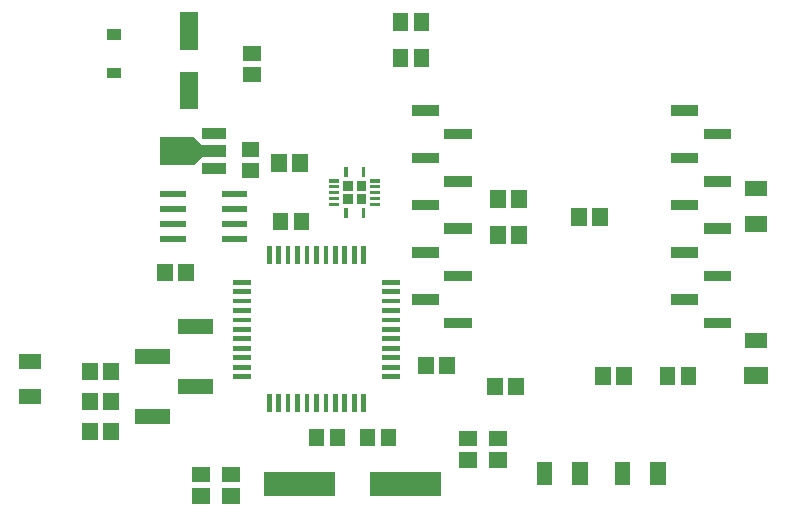
<source format=gbr>
G04 start of page 10 for group -4015 idx -4015 *
G04 Title: (unknown), toppaste *
G04 Creator: pcb 20110918 *
G04 CreationDate: Mon 23 Feb 2015 09:14:10 PM GMT UTC *
G04 For: railfan *
G04 Format: Gerber/RS-274X *
G04 PCB-Dimensions: 265000 175000 *
G04 PCB-Coordinate-Origin: lower left *
%MOIN*%
%FSLAX25Y25*%
%LNTOPPASTE*%
%ADD108R,0.0562X0.0562*%
%ADD107R,0.0787X0.0787*%
%ADD106R,0.0945X0.0945*%
%ADD105R,0.0378X0.0378*%
%ADD104C,0.0001*%
%ADD103R,0.0110X0.0110*%
%ADD102R,0.0500X0.0500*%
%ADD101R,0.0200X0.0200*%
%ADD100R,0.0157X0.0157*%
%ADD99R,0.0512X0.0512*%
%ADD98R,0.0350X0.0350*%
%ADD97R,0.0630X0.0630*%
%ADD96R,0.0360X0.0360*%
G54D96*X41900Y160900D02*X43100D01*
X41900Y148000D02*X43100D01*
G54D97*X67500Y164992D02*Y158693D01*
Y145307D02*Y139008D01*
G54D98*X143445Y135433D02*X148957D01*
X143445Y119685D02*X148957D01*
X143445Y103937D02*X148957D01*
X143445Y88189D02*X148957D01*
X143445Y72441D02*X148957D01*
X154429Y64567D02*X159941D01*
X154429Y80315D02*X159941D01*
X154429Y96063D02*X159941D01*
X154429Y111811D02*X159941D01*
X154429Y127559D02*X159941D01*
X230059Y135433D02*X235571D01*
X230059Y119685D02*X235571D01*
X230059Y103937D02*X235571D01*
X230059Y88189D02*X235571D01*
X230059Y72441D02*X235571D01*
X241043Y64567D02*X246555D01*
X241043Y80315D02*X246555D01*
X241043Y96063D02*X246555D01*
X241043Y111811D02*X246555D01*
X241043Y127559D02*X246555D01*
G54D99*X97957Y98893D02*Y98107D01*
X105043Y98893D02*Y98107D01*
G54D100*X94252Y40028D02*Y35602D01*
X97401Y40028D02*Y35602D01*
X100551Y40028D02*Y35602D01*
X103700Y40028D02*Y35602D01*
X106850Y40028D02*Y35602D01*
X110000Y40028D02*Y35602D01*
X113149Y40028D02*Y35602D01*
X116299Y40028D02*Y35602D01*
X119448Y40028D02*Y35602D01*
X122598Y40028D02*Y35602D01*
X125748Y40028D02*Y35602D01*
X132472Y46752D02*X136898D01*
X132472Y49901D02*X136898D01*
X132472Y53051D02*X136898D01*
X132472Y56200D02*X136898D01*
X132472Y59350D02*X136898D01*
X132472Y62500D02*X136898D01*
X132472Y65649D02*X136898D01*
X132472Y68799D02*X136898D01*
X132472Y71948D02*X136898D01*
X132472Y75098D02*X136898D01*
X132472Y78248D02*X136898D01*
X125748Y89398D02*Y84972D01*
X122599Y89398D02*Y84972D01*
X119449Y89398D02*Y84972D01*
X116300Y89398D02*Y84972D01*
X113150Y89398D02*Y84972D01*
X110000Y89398D02*Y84972D01*
X106851Y89398D02*Y84972D01*
X103701Y89398D02*Y84972D01*
X100552Y89398D02*Y84972D01*
X97402Y89398D02*Y84972D01*
X94252Y89398D02*Y84972D01*
X83102Y78248D02*X87528D01*
X83102Y75099D02*X87528D01*
X83102Y71949D02*X87528D01*
X83102Y68800D02*X87528D01*
X83102Y65650D02*X87528D01*
X83102Y62500D02*X87528D01*
X83102Y59351D02*X87528D01*
X83102Y56201D02*X87528D01*
X83102Y53052D02*X87528D01*
X83102Y49902D02*X87528D01*
X83102Y46752D02*X87528D01*
G54D101*X79500Y92500D02*X86000D01*
X79500Y97500D02*X86000D01*
X79500Y102500D02*X86000D01*
X79500Y107500D02*X86000D01*
X59000D02*X65500D01*
X59000Y102500D02*X65500D01*
X59000Y97500D02*X65500D01*
X59000Y92500D02*X65500D01*
G54D102*X66260Y63500D02*X72913D01*
X52087Y53500D02*X58740D01*
X66260Y43500D02*X72913D01*
X52087Y33500D02*X58740D01*
G54D103*X128460Y104126D02*X130704D01*
X128460Y106094D02*X130704D01*
X128460Y108063D02*X130704D01*
X128460Y110032D02*X130704D01*
X128460Y112000D02*X130704D01*
X125744Y115976D02*Y113732D01*
X119838Y115976D02*Y113732D01*
X114878Y112000D02*X117122D01*
X114878Y110032D02*X117122D01*
X114878Y108063D02*X117122D01*
X114878Y106094D02*X117122D01*
X114878Y104126D02*X117122D01*
X119838Y102394D02*Y100150D01*
X125744Y102394D02*Y100150D01*
G54D104*G36*
X123382Y107472D02*Y104244D01*
X126610D01*
Y107472D01*
X123382D01*
G37*
G36*
X118972D02*Y104244D01*
X122200D01*
Y107472D01*
X118972D01*
G37*
G36*
X123382Y111882D02*Y108654D01*
X126610D01*
Y111882D01*
X123382D01*
G37*
G36*
X118972D02*Y108654D01*
X122200D01*
Y111882D01*
X118972D01*
G37*
G54D105*X73811Y116094D02*X77905D01*
X66095Y122000D02*X77905D01*
G54D106*X62471D02*X64361D01*
G54D104*G36*
X67666Y118695D02*X70506Y121535D01*
X71926Y120115D01*
X69086Y117275D01*
X67666Y118695D01*
G37*
G36*
X69086Y126725D02*X71926Y123885D01*
X70506Y122465D01*
X67666Y125305D01*
X69086Y126725D01*
G37*
G54D105*X73811Y127906D02*X77905D01*
G54D99*X88107Y154543D02*X88893D01*
X88107Y147457D02*X88893D01*
X104543Y118393D02*Y117607D01*
X97457Y118393D02*Y117607D01*
X87607Y115457D02*X88393D01*
X87607Y122543D02*X88393D01*
X66543Y81893D02*Y81107D01*
X59457Y81893D02*Y81107D01*
X255319Y97595D02*X257681D01*
X255319Y109405D02*X257681D01*
X212543Y47393D02*Y46607D01*
X205457Y47393D02*Y46607D01*
X226957Y47393D02*Y46607D01*
X234043Y47393D02*Y46607D01*
X71107Y6957D02*X71893D01*
X71107Y14043D02*X71893D01*
X145043Y165393D02*Y164607D01*
X137957Y165393D02*Y164607D01*
Y153393D02*Y152607D01*
X145043Y153393D02*Y152607D01*
X81107Y6957D02*X81893D01*
X81107Y14043D02*X81893D01*
X41543Y38893D02*Y38107D01*
X34457Y38893D02*Y38107D01*
X41543Y48893D02*Y48107D01*
X34457Y48893D02*Y48107D01*
X146457Y50893D02*Y50107D01*
X153543Y50893D02*Y50107D01*
X13319Y51905D02*X15681D01*
X13319Y40095D02*X15681D01*
X34457Y28893D02*Y28107D01*
X41543Y28893D02*Y28107D01*
G54D107*X131843Y11000D02*X147591D01*
X96409D02*X112157D01*
G54D99*X134043Y26893D02*Y26107D01*
X126957Y26893D02*Y26107D01*
X109957Y26893D02*Y26107D01*
X117043Y26893D02*Y26107D01*
X170107Y18957D02*X170893D01*
X170107Y26043D02*X170893D01*
X160107D02*X160893D01*
X160107Y18957D02*X160893D01*
X255319Y58905D02*X257681D01*
G54D108*X255319Y47095D02*X257681D01*
G54D99*X170457Y106393D02*Y105607D01*
X177543Y106393D02*Y105607D01*
X170457Y94393D02*Y93607D01*
X177543Y94393D02*Y93607D01*
X197905Y15681D02*Y13319D01*
X186095Y15681D02*Y13319D01*
X176543Y43893D02*Y43107D01*
X169457Y43893D02*Y43107D01*
X204543Y100393D02*Y99607D01*
X197457Y100393D02*Y99607D01*
X212095Y15681D02*Y13319D01*
X223905Y15681D02*Y13319D01*
M02*

</source>
